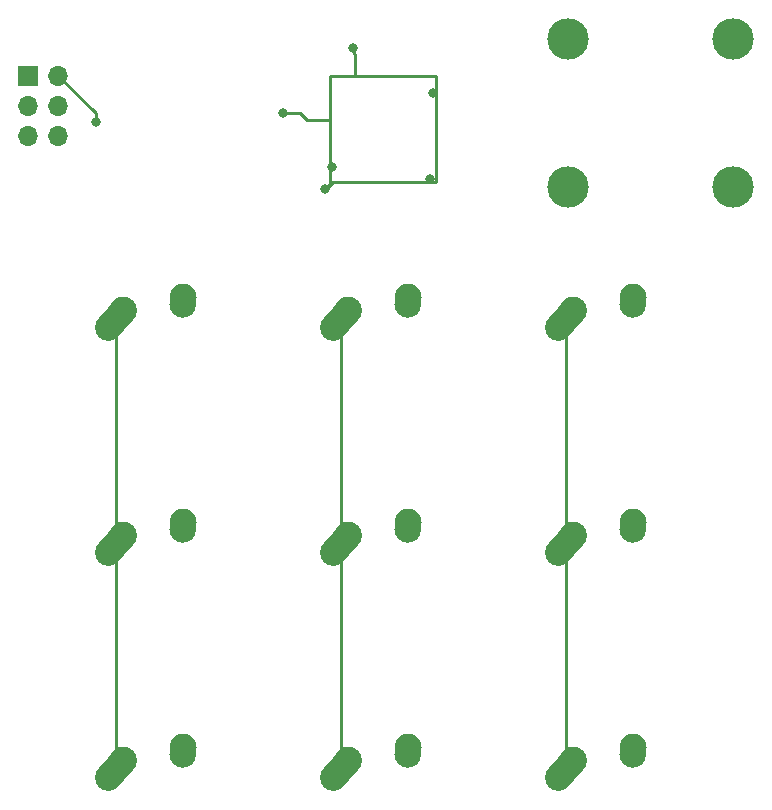
<source format=gbr>
%TF.GenerationSoftware,KiCad,Pcbnew,(6.99.0-3975-g9eb3854794)*%
%TF.CreationDate,2022-10-21T11:16:23+02:00*%
%TF.ProjectId,PCB Template,50434220-5465-46d7-906c-6174652e6b69,rev?*%
%TF.SameCoordinates,Original*%
%TF.FileFunction,Copper,L1,Top*%
%TF.FilePolarity,Positive*%
%FSLAX46Y46*%
G04 Gerber Fmt 4.6, Leading zero omitted, Abs format (unit mm)*
G04 Created by KiCad (PCBNEW (6.99.0-3975-g9eb3854794)) date 2022-10-21 11:16:23*
%MOMM*%
%LPD*%
G01*
G04 APERTURE LIST*
G04 Aperture macros list*
%AMHorizOval*
0 Thick line with rounded ends*
0 $1 width*
0 $2 $3 position (X,Y) of the first rounded end (center of the circle)*
0 $4 $5 position (X,Y) of the second rounded end (center of the circle)*
0 Add line between two ends*
20,1,$1,$2,$3,$4,$5,0*
0 Add two circle primitives to create the rounded ends*
1,1,$1,$2,$3*
1,1,$1,$4,$5*%
G04 Aperture macros list end*
%TA.AperFunction,ComponentPad*%
%ADD10HorizOval,2.250000X0.655001X0.730000X-0.655001X-0.730000X0*%
%TD*%
%TA.AperFunction,ComponentPad*%
%ADD11C,2.250000*%
%TD*%
%TA.AperFunction,ComponentPad*%
%ADD12HorizOval,2.250000X0.020000X0.290000X-0.020000X-0.290000X0*%
%TD*%
%TA.AperFunction,ComponentPad*%
%ADD13C,3.500000*%
%TD*%
%TA.AperFunction,ComponentPad*%
%ADD14C,3.500001*%
%TD*%
%TA.AperFunction,ComponentPad*%
%ADD15R,1.700000X1.700000*%
%TD*%
%TA.AperFunction,ComponentPad*%
%ADD16O,1.700000X1.700000*%
%TD*%
%TA.AperFunction,ViaPad*%
%ADD17C,0.800000*%
%TD*%
%TA.AperFunction,Conductor*%
%ADD18C,0.250000*%
%TD*%
G04 APERTURE END LIST*
D10*
%TO.P,MX4,1,COL*%
%TO.N,COL0*%
X108763750Y-103092499D03*
D11*
X109418750Y-102362500D03*
D12*
%TO.P,MX4,2,ROW*%
%TO.N,Net-(D4-A)*%
X114438749Y-101572499D03*
D11*
X114458750Y-101282500D03*
%TD*%
D13*
%TO.P,REF\u002A\u002A,1*%
%TO.N,N/C*%
X147020000Y-60380000D03*
X147020000Y-72880000D03*
D14*
X161020000Y-60380000D03*
D13*
X161020000Y-72880000D03*
%TD*%
D10*
%TO.P,MX9,1,COL*%
%TO.N,COL2*%
X146863750Y-122142499D03*
D11*
X147518750Y-121412500D03*
D12*
%TO.P,MX9,2,ROW*%
%TO.N,Net-(D9-A)*%
X152538749Y-120622499D03*
D11*
X152558750Y-120332500D03*
%TD*%
D10*
%TO.P,MX7,1,COL*%
%TO.N,COL0*%
X108763750Y-122142499D03*
D11*
X109418750Y-121412500D03*
D12*
%TO.P,MX7,2,ROW*%
%TO.N,Net-(D7-A)*%
X114438749Y-120622499D03*
D11*
X114458750Y-120332500D03*
%TD*%
D10*
%TO.P,MX5,1,COL*%
%TO.N,COL1*%
X127813750Y-103092499D03*
D11*
X128468750Y-102362500D03*
D12*
%TO.P,MX5,2,ROW*%
%TO.N,Net-(D5-A)*%
X133488749Y-101572499D03*
D11*
X133508750Y-101282500D03*
%TD*%
D10*
%TO.P,MX3,1,COL*%
%TO.N,COL2*%
X146863750Y-84042499D03*
D11*
X147518750Y-83312500D03*
D12*
%TO.P,MX3,2,ROW*%
%TO.N,Net-(D3-A)*%
X152538749Y-82522499D03*
D11*
X152558750Y-82232500D03*
%TD*%
D10*
%TO.P,MX6,1,COL*%
%TO.N,COL2*%
X146863750Y-103092499D03*
D11*
X147518750Y-102362500D03*
D12*
%TO.P,MX6,2,ROW*%
%TO.N,Net-(D6-A)*%
X152538749Y-101572499D03*
D11*
X152558750Y-101282500D03*
%TD*%
D10*
%TO.P,MX8,1,COL*%
%TO.N,COL1*%
X127813750Y-122142499D03*
D11*
X128468750Y-121412500D03*
D12*
%TO.P,MX8,2,ROW*%
%TO.N,Net-(D8-A)*%
X133488749Y-120622499D03*
D11*
X133508750Y-120332500D03*
%TD*%
D10*
%TO.P,MX1,1,COL*%
%TO.N,COL0*%
X108763750Y-84042499D03*
D11*
X109418750Y-83312500D03*
D12*
%TO.P,MX1,2,ROW*%
%TO.N,Net-(D1-A)*%
X114438749Y-82522499D03*
D11*
X114458750Y-82232500D03*
%TD*%
D10*
%TO.P,MX2,1,COL*%
%TO.N,COL1*%
X127813750Y-84042499D03*
D11*
X128468750Y-83312500D03*
D12*
%TO.P,MX2,2,ROW*%
%TO.N,Net-(D2-A)*%
X133488749Y-82522499D03*
D11*
X133508750Y-82232500D03*
%TD*%
D15*
%TO.P,J1,1,MISO*%
%TO.N,MISO*%
X101369999Y-63504999D03*
D16*
%TO.P,J1,2,VCC*%
%TO.N,+5V*%
X103909999Y-63504999D03*
%TO.P,J1,3,SCK*%
%TO.N,SCK*%
X101369999Y-66044999D03*
%TO.P,J1,4,MOSI*%
%TO.N,MOSI*%
X103909999Y-66044999D03*
%TO.P,J1,5,~{RST}*%
%TO.N,RST*%
X101369999Y-68584999D03*
%TO.P,J1,6,GND*%
%TO.N,GND*%
X103909999Y-68584999D03*
%TD*%
D17*
%TO.N,+5V*%
X127081919Y-71231904D03*
X128878253Y-61081747D03*
X122920000Y-66580000D03*
X107050000Y-67370000D03*
X126500000Y-73030000D03*
X135650000Y-64900000D03*
X135330000Y-72170000D03*
%TD*%
D18*
%TO.N,COL0*%
X108108750Y-84772500D02*
X108743750Y-85407500D01*
X108743750Y-103187500D02*
X108108750Y-103822500D01*
X108743750Y-122237500D02*
X108108750Y-122872500D01*
X108743750Y-104457500D02*
X108743750Y-122237500D01*
X108108750Y-103822500D02*
X108743750Y-104457500D01*
X108743750Y-85407500D02*
X108743750Y-103187500D01*
%TO.N,COL1*%
X127158750Y-103822500D02*
X127793750Y-104457500D01*
X127158750Y-84772500D02*
X127793750Y-85407500D01*
X127793750Y-104457500D02*
X127793750Y-122237500D01*
X127793750Y-122237500D02*
X127158750Y-122872500D01*
X127793750Y-85407500D02*
X127793750Y-103187500D01*
X127793750Y-103187500D02*
X127158750Y-103822500D01*
%TO.N,COL2*%
X146208750Y-103822500D02*
X146843750Y-104457500D01*
X146843750Y-104457500D02*
X146843750Y-122237500D01*
X146843750Y-85407500D02*
X146843750Y-103187500D01*
X146843750Y-103187500D02*
X146208750Y-103822500D01*
X146208750Y-84772500D02*
X146843750Y-85407500D01*
X146843750Y-122237500D02*
X146208750Y-122872500D01*
%TO.N,+5V*%
X128878253Y-61468253D02*
X129010000Y-61600000D01*
X129000000Y-62980000D02*
X129000000Y-63392477D01*
X127120000Y-72470000D02*
X126890000Y-72470000D01*
X134696250Y-72472500D02*
X135027500Y-72472500D01*
X135632500Y-72472500D02*
X135330000Y-72170000D01*
X122940000Y-66600000D02*
X124370000Y-66600000D01*
X135890000Y-64350000D02*
X135890000Y-63472500D01*
X127557500Y-72472500D02*
X127555000Y-72470000D01*
X126890868Y-63471632D02*
X128860868Y-63471632D01*
X135890000Y-64350000D02*
X135890000Y-64660000D01*
X126890000Y-71740000D02*
X126890000Y-71423823D01*
X126560000Y-73030000D02*
X127120000Y-72470000D01*
X135890000Y-72472500D02*
X135632500Y-72472500D01*
X135890000Y-72472500D02*
X135890000Y-65840000D01*
X126890000Y-71423823D02*
X127081919Y-71231904D01*
X126890000Y-67622500D02*
X126890000Y-67220000D01*
X126890868Y-63471632D02*
X127290868Y-63471632D01*
X129000000Y-63392477D02*
X129079155Y-63471632D01*
X135890000Y-64660000D02*
X135650000Y-64900000D01*
X126890000Y-71740000D02*
X126890000Y-72640000D01*
X135890000Y-65840000D02*
X135890000Y-65522500D01*
X135290000Y-72472500D02*
X134696250Y-72472500D01*
X126890000Y-72640000D02*
X126500000Y-73030000D01*
X128878253Y-61081747D02*
X128878253Y-61468253D01*
X126890000Y-63472500D02*
X126890868Y-63471632D01*
X126890000Y-71740000D02*
X126890000Y-72470000D01*
X129079155Y-63471632D02*
X135889132Y-63471632D01*
X135890000Y-63472500D02*
X135889132Y-63471632D01*
X126890000Y-67220000D02*
X126890000Y-63472500D01*
X126890000Y-71039985D02*
X127081919Y-71231904D01*
X135027500Y-72472500D02*
X135330000Y-72170000D01*
X134696250Y-72472500D02*
X127557500Y-72472500D01*
X107050000Y-67370000D02*
X107050000Y-66645000D01*
X122920000Y-66580000D02*
X122940000Y-66600000D01*
X128860868Y-63471632D02*
X129079155Y-63471632D01*
X129010000Y-62970000D02*
X129000000Y-62980000D01*
X126500000Y-73030000D02*
X126560000Y-73030000D01*
X135890000Y-65840000D02*
X135890000Y-65140000D01*
X135890000Y-64872500D02*
X135890000Y-64350000D01*
X126890000Y-70680000D02*
X126890000Y-71740000D01*
X127290868Y-63471632D02*
X128860868Y-63471632D01*
X127555000Y-72470000D02*
X127120000Y-72470000D01*
X124370000Y-66600000D02*
X124990000Y-67220000D01*
X126890000Y-67452500D02*
X126890000Y-70680000D01*
X135890000Y-65140000D02*
X135650000Y-64900000D01*
X135890000Y-72472500D02*
X135290000Y-72472500D01*
X129010000Y-61600000D02*
X129010000Y-62970000D01*
X124990000Y-67220000D02*
X126890000Y-67220000D01*
X126890000Y-67622500D02*
X126890000Y-67452500D01*
X126890000Y-70680000D02*
X126890000Y-71039985D01*
X135890000Y-65522500D02*
X135890000Y-64872500D01*
X107050000Y-66645000D02*
X103910000Y-63505000D01*
%TD*%
M02*

</source>
